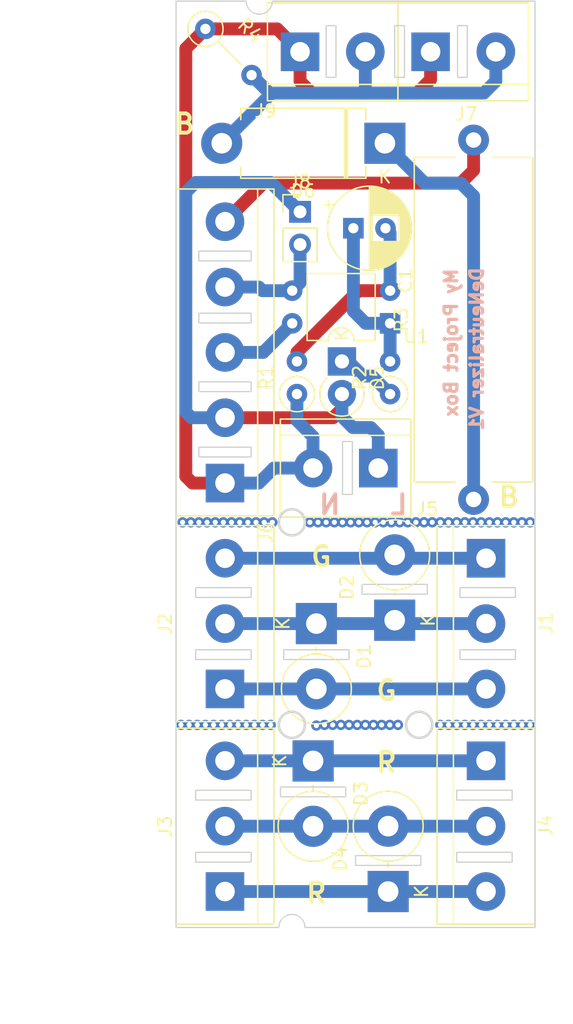
<source format=kicad_pcb>
(kicad_pcb (version 20221018) (generator pcbnew)
  (layers (0 "F.Cu" signal) (31 "B.Cu" signal) (34 "B.Paste" user) (35 "F.Paste" user) (36 "B.SilkS" user "B.Silkscreen") (37 "F.SilkS" user "F.Silkscreen") (38 "B.Mask" user) (39 "F.Mask" user) (44 "Edge.Cuts" user))
  (net 0 "")
  (net 1 "Net-(C1-Pad1)")
  (net 2 "Net-(C1-Pad2)")
  (net 3 "Net-(D1-K)")
  (net 4 "Net-(D1-A)")
  (net 5 "Net-(D2-A)")
  (net 6 "Net-(D3-K)")
  (net 7 "Net-(D3-A)")
  (net 8 "Net-(D4-K)")
  (net 9 "Net-(D5-K)")
  (net 10 "Net-(D5-A)")
  (net 11 "Net-(D6-K)")
  (net 12 "Net-(D6-A)")
  (net 13 "Net-(J5-Pin_2)")
  (net 14 "Net-(J6-Pin_3)")
  (net 15 "Net-(J6-Pin_4)")
  (net 16 "Net-(J6-Pin_5)")
  (footprint "Diode_THT:D_DO-201AD_P12.70mm_Horizontal" (layer "F.Cu") (at 133.096 79.502 180)
    (fp_text reference "D6" (at 6.35 -3.72) (layer "F.SilkS"))
    (fp_text value "1N5408")
    (fp_text user "K" (at 0 -2.6) (layer "F.SilkS"))
    (fp_line (start 1.48 -2.72) (end 11.22 -2.72) (stroke (width 0.12)) (layer "F.SilkS"))
    (fp_line (start 1.48 -1.84) (end 1.48 -2.72) (stroke (width 0.12)) (layer "F.SilkS"))
    (fp_line (start 1.48 1.84) (end 1.48 2.72) (stroke (width 0.12)) (layer "F.SilkS"))
    (fp_line (start 1.48 2.72) (end 11.22 2.72) (stroke (width 0.12)) (layer "F.SilkS"))
    (fp_line (start 2.905 -2.72) (end 2.905 2.72) (stroke (width 0.12)) (layer "F.SilkS"))
    (fp_line (start 3.025 -2.72) (end 3.025 2.72) (stroke (width 0.12)) (layer "F.SilkS"))
    (fp_line (start 3.145 -2.72) (end 3.145 2.72) (stroke (width 0.12)) (layer "F.SilkS"))
    (fp_line (start 11.22 -2.72) (end 11.22 -1.84) (stroke (width 0.12)) (layer "F.SilkS"))
    (fp_line (start 11.22 2.72) (end 11.22 1.84) (stroke (width 0.12)) (layer "F.SilkS"))
    (pad "1" thru_hole rect (at 0 0 180) (size 3.2 3.2) (drill 1.6) (layers "*.Cu" "*.Mask") (net 11 "Net-(D6-K)"))
    (pad "2" thru_hole oval (at 12.7 0 180) (size 3.2 3.2) (drill 1.6) (layers "*.Cu" "*.Mask") (net 12 "Net-(D6-A)"))
  )
  (footprint "TerminalBlock:TerminalBlock_bornier-2_P5.08mm" (layer "F.Cu") (at 132.58 104.75 180)
    (fp_text reference "J5" (at -3.81 -3.175) (layer "F.SilkS"))
    (fp_text value "Screw_Terminal_01x02")
    (fp_line (start -2.54 -3.81) (end -2.54 3.81) (stroke (width 0.12)) (layer "F.SilkS"))
    (fp_line (start -2.54 3.81) (end 7.62 3.81) (stroke (width 0.12)) (layer "F.SilkS"))
    (fp_line (start 7.62 -3.81) (end -2.54 -3.81) (stroke (width 0.12)) (layer "F.SilkS"))
    (fp_line (start 7.62 2.54) (end -2.54 2.54) (stroke (width 0.12)) (layer "F.SilkS"))
    (fp_line (start 7.62 3.81) (end 7.62 -3.81) (stroke (width 0.12)) (layer "F.SilkS"))
    (pad "1" thru_hole rect (at 0 0 180) (size 3 3) (drill 1.52) (layers "*.Cu" "*.Mask") (net 10 "Net-(D5-A)"))
    (pad "2" thru_hole circle (at 5.08 0 180) (size 3 3) (drill 1.52) (layers "*.Cu" "*.Mask") (net 13 "Net-(J5-Pin_2)"))
  )
  (footprint "Diode_THT:D_DO-201AD_P5.08mm_Vertical_KathodeUp" (layer "F.Cu") (at 127.762 116.84 -90)
    (fp_text reference "D1" (at 2.54 -3.72 90) (layer "F.SilkS"))
    (fp_text value "1N5408")
    (fp_text user "K" (at 0 2.6 90) (layer "F.SilkS"))
    (fp_line (start 2.36 0) (end 1.9 0) (stroke (width 0.12)) (layer "F.SilkS"))
    (fp_circle (center 5.08 0) (end 7.8 0) (stroke (width 0.12)) (fill none) (layer "F.SilkS"))
    (pad "1" thru_hole rect (at 0 0 270) (size 3.2 3.2) (drill 1.6) (layers "*.Cu" "*.Mask") (net 3 "Net-(D1-K)"))
    (pad "2" thru_hole oval (at 5.08 0 270) (size 3.2 3.2) (drill 1.6) (layers "*.Cu" "*.Mask") (net 4 "Net-(D1-A)"))
  )
  (footprint "Package_DIP:DIP-4_W7.62mm" (layer "F.Cu") (at 133.5 93.5 180)
    (fp_text reference "U1" (at -2.032 -1.016) (layer "F.SilkS"))
    (fp_text value "PC817")
    (fp_line (start 1.16 -1.33) (end 1.16 3.87) (stroke (width 0.12)) (layer "F.SilkS"))
    (fp_line (start 1.16 3.87) (end 6.46 3.87) (stroke (width 0.12)) (layer "F.SilkS"))
    (fp_line (start 2.81 -1.33) (end 1.16 -1.33) (stroke (width 0.12)) (layer "F.SilkS"))
    (fp_line (start 6.46 -1.33) (end 4.81 -1.33) (stroke (width 0.12)) (layer "F.SilkS"))
    (fp_line (start 6.46 3.87) (end 6.46 -1.33) (stroke (width 0.12)) (layer "F.SilkS"))
    (fp_arc (start 4.81 -1.33) (mid 3.81 -0.33) (end 2.81 -1.33) (stroke (width 0.12)) (layer "F.SilkS"))
    (pad "1" thru_hole rect (at 0 0 180) (size 1.6 1.6) (drill 0.8) (layers "*.Cu" "*.Mask") (net 1 "Net-(C1-Pad1)"))
    (pad "2" thru_hole oval (at 0 2.54 180) (size 1.6 1.6) (drill 0.8) (layers "*.Cu" "*.Mask") (net 2 "Net-(C1-Pad2)"))
    (pad "3" thru_hole oval (at 7.62 2.54 180) (size 1.6 1.6) (drill 0.8) (layers "*.Cu" "*.Mask") (net 15 "Net-(J6-Pin_4)"))
    (pad "4" thru_hole oval (at 7.62 0 180) (size 1.6 1.6) (drill 0.8) (layers "*.Cu" "*.Mask") (net 14 "Net-(J6-Pin_3)"))
  )
  (footprint "Resistor_THT:R_Axial_Power_L25.0mm_W9.0mm_P27.94mm" (layer "F.Cu") (at 140 107.19 90)
    (fp_text reference "R3" (at 13.97 -5.62 90) (layer "F.SilkS"))
    (fp_text value "10/5W")
    (fp_line (start 1.35 -4.62) (end 26.59 -4.62) (stroke (width 0.12)) (layer "F.SilkS"))
    (fp_line (start 1.35 -1.44) (end 1.35 -4.62) (stroke (width 0.12)) (layer "F.SilkS"))
    (fp_line (start 1.35 1.44) (end 1.35 4.62) (stroke (width 0.12)) (layer "F.SilkS"))
    (fp_line (start 1.35 4.62) (end 26.59 4.62) (stroke (width 0.12)) (layer "F.SilkS"))
    (fp_line (start 26.59 -4.62) (end 26.59 -1.44) (stroke (width 0.12)) (layer "F.SilkS"))
    (fp_line (start 26.59 4.62) (end 26.59 1.44) (stroke (width 0.12)) (layer "F.SilkS"))
    (pad "1" thru_hole circle (at 0 0 90) (size 2.4 2.4) (drill 1.2) (layers "*.Cu" "*.Mask") (net 11 "Net-(D6-K)"))
    (pad "2" thru_hole oval (at 27.94 0 90) (size 2.4 2.4) (drill 1.2) (layers "*.Cu" "*.Mask") (net 16 "Net-(J6-Pin_5)"))
  )
  (footprint "TerminalBlock:TerminalBlock_bornier-3_P5.08mm" (layer "F.Cu") (at 120.65 137.668 90)
    (fp_text reference "J3" (at 5.05 -4.65 90) (layer "F.SilkS"))
    (fp_text value "Screw_Terminal_01x03")
    (fp_line (start -2.54 -3.81) (end 12.7 -3.81) (stroke (width 0.12)) (layer "F.SilkS"))
    (fp_line (start -2.54 2.54) (end 12.7 2.54) (stroke (width 0.12)) (layer "F.SilkS"))
    (fp_line (start -2.54 3.81) (end -2.54 -3.81) (stroke (width 0.12)) (layer "F.SilkS"))
    (fp_line (start -2.54 3.81) (end 12.7 3.81) (stroke (width 0.12)) (layer "F.SilkS"))
    (fp_line (start 12.7 3.81) (end 12.7 -3.81) (stroke (width 0.12)) (layer "F.SilkS"))
    (pad "1" thru_hole rect (at 0 0 90) (size 3 3) (drill 1.52) (layers "*.Cu" "*.Mask") (net 8 "Net-(D4-K)"))
    (pad "2" thru_hole circle (at 5.08 0 90) (size 3 3) (drill 1.52) (layers "*.Cu" "*.Mask") (net 7 "Net-(D3-A)"))
    (pad "3" thru_hole circle (at 10.16 0 90) (size 3 3) (drill 1.52) (layers "*.Cu" "*.Mask") (net 6 "Net-(D3-K)"))
  )
  (footprint "Resistor_THT:R_Axial_DIN0207_L6.3mm_D2.5mm_P2.54mm_Vertical" (layer "F.Cu") (at 133.5 99 90)
    (fp_text reference "R2" (at 1.27 -2.37 90) (layer "F.SilkS"))
    (fp_text value "57k")
    (fp_line (start 1.37 0) (end 1.44 0) (stroke (width 0.12)) (layer "F.SilkS"))
    (fp_circle (center 0 0) (end 1.37 0) (stroke (width 0.12)) (fill none) (layer "F.SilkS"))
    (pad "1" thru_hole circle (at 0 0 90) (size 1.6 1.6) (drill 0.8) (layers "*.Cu" "*.Mask") (net 9 "Net-(D5-K)"))
    (pad "2" thru_hole oval (at 2.54 0 90) (size 1.6 1.6) (drill 0.8) (layers "*.Cu" "*.Mask") (net 1 "Net-(C1-Pad1)"))
  )
  (footprint "Diode_THT:D_DO-201AD_P5.08mm_Vertical_KathodeUp" (layer "F.Cu") (at 133.35 137.668 90)
    (fp_text reference "D4" (at 2.54 -3.72 90) (layer "F.SilkS"))
    (fp_text value "1N5408")
    (fp_text user "K" (at 0 2.6 90) (layer "F.SilkS"))
    (fp_line (start 2.36 0) (end 1.9 0) (stroke (width 0.12)) (layer "F.SilkS"))
    (fp_circle (center 5.08 0) (end 7.8 0) (stroke (width 0.12)) (fill none) (layer "F.SilkS"))
    (pad "1" thru_hole rect (at 0 0 90) (size 3.2 3.2) (drill 1.6) (layers "*.Cu" "*.Mask") (net 8 "Net-(D4-K)"))
    (pad "2" thru_hole oval (at 5.08 0 90) (size 3.2 3.2) (drill 1.6) (layers "*.Cu" "*.Mask") (net 7 "Net-(D3-A)"))
  )
  (footprint "Diode_THT:D_DO-41_SOD81_P2.54mm_Vertical_KathodeUp" (layer "F.Cu") (at 129.75 96.46 -90)
    (fp_text reference "D5" (at 1.27 -2.750635 90) (layer "F.SilkS"))
    (fp_text value "1N4007")
    (fp_text user "K" (at -2.1 0 90) (layer "F.SilkS"))
    (fp_arc (start 1.228847 -1.1) (mid 4.250877 -0.044974) (end 1.288449 1.167366) (stroke (width 0.12)) (layer "F.SilkS"))
    (pad "1" thru_hole rect (at 0 0 270) (size 2.2 2.2) (drill 1.1) (layers "*.Cu" "*.Mask") (net 9 "Net-(D5-K)"))
    (pad "2" thru_hole oval (at 2.54 0 270) (size 2.2 2.2) (drill 1.1) (layers "*.Cu" "*.Mask") (net 10 "Net-(D5-A)"))
  )
  (footprint "Diode_THT:D_DO-201AD_P5.08mm_Vertical_KathodeUp" (layer "F.Cu") (at 133.858 116.578 90)
    (fp_text reference "D2" (at 2.54 -3.72 90) (layer "F.SilkS"))
    (fp_text value "1N5408")
    (fp_text user "K" (at 0 2.6 90) (layer "F.SilkS"))
    (fp_line (start 2.36 0) (end 1.9 0) (stroke (width 0.12)) (layer "F.SilkS"))
    (fp_circle (center 5.08 0) (end 7.8 0) (stroke (width 0.12)) (fill none) (layer "F.SilkS"))
    (pad "1" thru_hole rect (at 0 0 90) (size 3.2 3.2) (drill 1.6) (layers "*.Cu" "*.Mask") (net 3 "Net-(D1-K)"))
    (pad "2" thru_hole oval (at 5.08 0 90) (size 3.2 3.2) (drill 1.6) (layers "*.Cu" "*.Mask") (net 5 "Net-(D2-A)"))
  )
  (footprint "Capacitor_THT:CP_Radial_D6.3mm_P2.50mm" (layer "F.Cu") (at 130.643621 86.106)
    (fp_text reference "C1" (at 4.064 4.064 90) (layer "F.SilkS"))
    (fp_text value "470uF/10V")
    (fp_line (start -2.250241 -1.839) (end -1.620241 -1.839) (stroke (width 0.12)) (layer "F.SilkS"))
    (fp_line (start -1.935241 -2.154) (end -1.935241 -1.524) (stroke (width 0.12)) (layer "F.SilkS"))
    (fp_line (start 1.25 -3.23) (end 1.25 3.23) (stroke (width 0.12)) (layer "F.SilkS"))
    (fp_line (start 1.29 -3.23) (end 1.29 3.23) (stroke (width 0.12)) (layer "F.SilkS"))
    (fp_line (start 1.33 -3.23) (end 1.33 3.23) (stroke (width 0.12)) (layer "F.SilkS"))
    (fp_line (start 1.37 -3.228) (end 1.37 3.228) (stroke (width 0.12)) (layer "F.SilkS"))
    (fp_line (start 1.41 -3.227) (end 1.41 3.227) (stroke (width 0.12)) (layer "F.SilkS"))
    (fp_line (start 1.45 -3.224) (end 1.45 3.224) (stroke (width 0.12)) (layer "F.SilkS"))
    (fp_line (start 1.49 -3.222) (end 1.49 -1.04) (stroke (width 0.12)) (layer "F.SilkS"))
    (fp_line (start 1.49 1.04) (end 1.49 3.222) (stroke (width 0.12)) (layer "F.SilkS"))
    (fp_line (start 1.53 -3.218) (end 1.53 -1.04) (stroke (width 0.12)) (layer "F.SilkS"))
    (fp_line (start 1.53 1.04) (end 1.53 3.218) (stroke (width 0.12)) (layer "F.SilkS"))
    (fp_line (start 1.57 -3.215) (end 1.57 -1.04) (stroke (width 0.12)) (layer "F.SilkS"))
    (fp_line (start 1.57 1.04) (end 1.57 3.215) (stroke (width 0.12)) (layer "F.SilkS"))
    (fp_line (start 1.61 -3.211) (end 1.61 -1.04) (stroke (width 0.12)) (layer "F.SilkS"))
    (fp_line (start 1.61 1.04) (end 1.61 3.211) (stroke (width 0.12)) (layer "F.SilkS"))
    (fp_line (start 1.65 -3.206) (end 1.65 -1.04) (stroke (width 0.12)) (layer "F.SilkS"))
    (fp_line (start 1.65 1.04) (end 1.65 3.206) (stroke (width 0.12)) (layer "F.SilkS"))
    (fp_line (start 1.69 -3.201) (end 1.69 -1.04) (stroke (width 0.12)) (layer "F.SilkS"))
    (fp_line (start 1.69 1.04) (end 1.69 3.201) (stroke (width 0.12)) (layer "F.SilkS"))
    (fp_line (start 1.73 -3.195) (end 1.73 -1.04) (stroke (width 0.12)) (layer "F.SilkS"))
    (fp_line (start 1.73 1.04) (end 1.73 3.195) (stroke (width 0.12)) (layer "F.SilkS"))
    (fp_line (start 1.77 -3.189) (end 1.77 -1.04) (stroke (width 0.12)) (layer "F.SilkS"))
    (fp_line (start 1.77 1.04) (end 1.77 3.189) (stroke (width 0.12)) (layer "F.SilkS"))
    (fp_line (start 1.81 -3.182) (end 1.81 -1.04) (stroke (width 0.12)) (layer "F.SilkS"))
    (fp_line (start 1.81 1.04) (end 1.81 3.182) (stroke (width 0.12)) (layer "F.SilkS"))
    (fp_line (start 1.85 -3.175) (end 1.85 -1.04) (stroke (width 0.12)) (layer "F.SilkS"))
    (fp_line (start 1.85 1.04) (end 1.85 3.175) (stroke (width 0.12)) (layer "F.SilkS"))
    (fp_line (start 1.89 -3.167) (end 1.89 -1.04) (stroke (width 0.12)) (layer "F.SilkS"))
    (fp_line (start 1.89 1.04) (end 1.89 3.167) (stroke (width 0.12)) (layer "F.SilkS"))
    (fp_line (start 1.93 -3.159) (end 1.93 -1.04) (stroke (width 0.12)) (layer "F.SilkS"))
    (fp_line (start 1.93 1.04) (end 1.93 3.159) (stroke (width 0.12)) (layer "F.SilkS"))
    (fp_line (start 1.971 -3.15) (end 1.971 -1.04) (stroke (width 0.12)) (layer "F.SilkS"))
    (fp_line (start 1.971 1.04) (end 1.971 3.15) (stroke (width 0.12)) (layer "F.SilkS"))
    (fp_line (start 2.011 -3.141) (end 2.011 -1.04) (stroke (width 0.12)) (layer "F.SilkS"))
    (fp_line (start 2.011 1.04) (end 2.011 3.141) (stroke (width 0.12)) (layer "F.SilkS"))
    (fp_line (start 2.051 -3.131) (end 2.051 -1.04) (stroke (width 0.12)) (layer "F.SilkS"))
    (fp_line (start 2.051 1.04) (end 2.051 3.131) (stroke (width 0.12)) (layer "F.SilkS"))
    (fp_line (start 2.091 -3.121) (end 2.091 -1.04) (stroke (width 0.12)) (layer "F.SilkS"))
    (fp_line (start 2.091 1.04) (end 2.091 3.121) (stroke (width 0.12)) (layer "F.SilkS"))
    (fp_line (start 2.131 -3.11) (end 2.131 -1.04) (stroke (width 0.12)) (layer "F.SilkS"))
    (fp_line (start 2.131 1.04) (end 2.131 3.11) (stroke (width 0.12)) (layer "F.SilkS"))
    (fp_line (start 2.171 -3.098) (end 2.171 -1.04) (stroke (width 0.12)) (layer "F.SilkS"))
    (fp_line (start 2.171 1.04) (end 2.171 3.098) (stroke (width 0.12)) (layer "F.SilkS"))
    (fp_line (start 2.211 -3.086) (end 2.211 -1.04) (stroke (width 0.12)) (layer "F.SilkS"))
    (fp_line (start 2.211 1.04) (end 2.211 3.086) (stroke (width 0.12)) (layer "F.SilkS"))
    (fp_line (start 2.251 -3.074) (end 2.251 -1.04) (stroke (width 0.12)) (layer "F.SilkS"))
    (fp_line (start 2.251 1.04) (end 2.251 3.074) (stroke (width 0.12)) (layer "F.SilkS"))
    (fp_line (start 2.291 -3.061) (end 2.291 -1.04) (stroke (width 0.12)) (layer "F.SilkS"))
    (fp_line (start 2.291 1.04) (end 2.291 3.061) (stroke (width 0.12)) (layer "F.SilkS"))
    (fp_line (start 2.331 -3.047) (end 2.331 -1.04) (stroke (width 0.12)) (layer "F.SilkS"))
    (fp_line (start 2.331 1.04) (end 2.331 3.047) (stroke (width 0.12)) (layer "F.SilkS"))
    (fp_line (start 2.371 -3.033) (end 2.371 -1.04) (stroke (width 0.12)) (layer "F.SilkS"))
    (fp_line (start 2.371 1.04) (end 2.371 3.033) (stroke (width 0.12)) (layer "F.SilkS"))
    (fp_line (start 2.411 -3.018) (end 2.411 -1.04) (stroke (width 0.12)) (layer "F.SilkS"))
    (fp_line (start 2.411 1.04) (end 2.411 3.018) (stroke (width 0.12)) (layer "F.SilkS"))
    (fp_line (start 2.451 -3.002) (end 2.451 -1.04) (stroke (width 0.12)) (layer "F.SilkS"))
    (fp_line (start 2.451 1.04) (end 2.451 3.002) (stroke (width 0.12)) (layer "F.SilkS"))
    (fp_line (start 2.491 -2.986) (end 2.491 -1.04) (stroke (width 0.12)) (layer "F.SilkS"))
    (fp_line (start 2.491 1.04) (end 2.491 2.986) (stroke (width 0.12)) (layer "F.SilkS"))
    (fp_line (start 2.531 -2.97) (end 2.531 -1.04) (stroke (width 0.12)) (layer "F.SilkS"))
    (fp_line (start 2.531 1.04) (end 2.531 2.97) (stroke (width 0.12)) (layer "F.SilkS"))
    (fp_line (start 2.571 -2.952) (end 2.571 -1.04) (stroke (width 0.12)) (layer "F.SilkS"))
    (fp_line (start 2.571 1.04) (end 2.571 2.952) (stroke (width 0.12)) (layer "F.SilkS"))
    (fp_line (start 2.611 -2.934) (end 2.611 -1.04) (stroke (width 0.12)) (layer "F.SilkS"))
    (fp_line (start 2.611 1.04) (end 2.611 2.934) (stroke (width 0.12)) (layer "F.SilkS"))
    (fp_line (start 2.651 -2.916) (end 2.651 -1.04) (stroke (width 0.12)) (layer "F.SilkS"))
    (fp_line (start 2.651 1.04) (end 2.651 2.916) (stroke (width 0.12)) (layer "F.SilkS"))
    (fp_line (start 2.691 -2.896) (end 2.691 -1.04) (stroke (width 0.12)) (layer "F.SilkS"))
    (fp_line (start 2.691 1.04) (end 2.691 2.896) (stroke (width 0.12)) (layer "F.SilkS"))
    (fp_line (start 2.731 -2.876) (end 2.731 -1.04) (stroke (width 0.12)) (layer "F.SilkS"))
    (fp_line (start 2.731 1.04) (end 2.731 2.876) (stroke (width 0.12)) (layer "F.SilkS"))
    (fp_line (start 2.771 -2.856) (end 2.771 -1.04) (stroke (width 0.12)) (layer "F.SilkS"))
    (fp_line (start 2.771 1.04) (end 2.771 2.856) (stroke (width 0.12)) (layer "F.SilkS"))
    (fp_line (start 2.811 -2.834) (end 2.811 -1.04) (stroke (width 0.12)) (layer "F.SilkS"))
    (fp_line (start 2.811 1.04) (end 2.811 2.834) (stroke (width 0.12)) (layer "F.SilkS"))
    (fp_line (start 2.851 -2.812) (end 2.851 -1.04) (stroke (width 0.12)) (layer "F.SilkS"))
    (fp_line (start 2.851 1.04) (end 2.851 2.812) (stroke (width 0.12)) (layer "F.SilkS"))
    (fp_line (start 2.891 -2.79) (end 2.891 -1.04) (stroke (width 0.12)) (layer "F.SilkS"))
    (fp_line (start 2.891 1.04) (end 2.891 2.79) (stroke (width 0.12)) (layer "F.SilkS"))
    (fp_line (start 2.931 -2.766) (end 2.931 -1.04) (stroke (width 0.12)) (layer "F.SilkS"))
    (fp_line (start 2.931 1.04) (end 2.931 2.766) (stroke (width 0.12)) (layer "F.SilkS"))
    (fp_line (start 2.971 -2.742) (end 2.971 -1.04) (stroke (width 0.12)) (layer "F.SilkS"))
    (fp_line (start 2.971 1.04) (end 2.971 2.742) (stroke (width 0.12)) (layer "F.SilkS"))
    (fp_line (start 3.011 -2.716) (end 3.011 -1.04) (stroke (width 0.12)) (layer "F.SilkS"))
    (fp_line (start 3.011 1.04) (end 3.011 2.716) (stroke (width 0.12)) (layer "F.SilkS"))
    (fp_line (start 3.051 -2.69) (end 3.051 -1.04) (stroke (width 0.12)) (layer "F.SilkS"))
    (fp_line (start 3.051 1.04) (end 3.051 2.69) (stroke (width 0.12)) (layer "F.SilkS"))
    (fp_line (start 3.091 -2.664) (end 3.091 -1.04) (stroke (width 0.12)) (layer "F.SilkS"))
    (fp_line (start 3.091 1.04) (end 3.091 2.664) (stroke (width 0.12)) (layer "F.SilkS"))
    (fp_line (start 3.131 -2.636) (end 3.131 -1.04) (stroke (width 0.12)) (layer "F.SilkS"))
    (fp_line (start 3.131 1.04) (end 3.131 2.636) (stroke (width 0.12)) (layer "F.SilkS"))
    (fp_line (start 3.171 -2.607) (end 3.171 -1.04) (stroke (width 0.12)) (layer "F.SilkS"))
    (fp_line (start 3.171 1.04) (end 3.171 2.607) (stroke (width 0.12)) (layer "F.SilkS"))
    (fp_line (start 3.211 -2.578) (end 3.211 -1.04) (stroke (width 0.12)) (layer "F.SilkS"))
    (fp_line (start 3.211 1.04) (end 3.211 2.578) (stroke (width 0.12)) (layer "F.SilkS"))
    (fp_line (start 3.251 -2.548) (end 3.251 -1.04) (stroke (width 0.12)) (layer "F.SilkS"))
    (fp_line (start 3.251 1.04) (end 3.251 2.548) (stroke (width 0.12)) (layer "F.SilkS"))
    (fp_line (start 3.291 -2.516) (end 3.291 -1.04) (stroke (width 0.12)) (layer "F.SilkS"))
    (fp_line (start 3.291 1.04) (end 3.291 2.516) (stroke (width 0.12)) (layer "F.SilkS"))
    (fp_line (start 3.331 -2.484) (end 3.331 -1.04) (stroke (width 0.12)) (layer "F.SilkS"))
    (fp_line (start 3.331 1.04) (end 3.331 2.484) (stroke (width 0.12)) (layer "F.SilkS"))
    (fp_line (start 3.371 -2.45) (end 3.371 -1.04) (stroke (width 0.12)) (layer "F.SilkS"))
    (fp_line (start 3.371 1.04) (end 3.371 2.45) (stroke (width 0.12)) (layer "F.SilkS"))
    (fp_line (start 3.411 -2.416) (end 3.411 -1.04) (stroke (width 0.12)) (layer "F.SilkS"))
    (fp_line (start 3.411 1.04) (end 3.411 2.416) (stroke (width 0.12)) (layer "F.SilkS"))
    (fp_line (start 3.451 -2.38) (end 3.451 -1.04) (stroke (width 0.12)) (layer "F.SilkS"))
    (fp_line (start 3.451 1.04) (end 3.451 2.38) (stroke (width 0.12)) (layer "F.SilkS"))
    (fp_line (start 3.491 -2.343) (end 3.491 -1.04) (stroke (width 0.12)) (layer "F.SilkS"))
    (fp_line (start 3.491 1.04) (end 3.491 2.343) (stroke (width 0.12)) (layer "F.SilkS"))
    (fp_line (start 3.531 -2.305) (end 3.531 -1.04) (stroke (width 0.12)) (layer "F.SilkS"))
    (fp_line (start 3.531 1.04) (end 3.531 2.305) (stroke (width 0.12)) (layer "F.SilkS"))
    (fp_line (start 3.571 -2.265) (end 3.571 2.265) (stroke (width 0.12)) (layer "F.SilkS"))
    (fp_line (start 3.611 -2.224) (end 3.611 2.224) (stroke (width 0.12)) (layer "F.SilkS"))
    (fp_line (start 3.651 -2.182) (end 3.651 2.182) (stroke (width 0.12)) (layer "F.SilkS"))
    (fp_line (start 3.691 -2.137) (end 3.691 2.137) (stroke (width 0.12)) (layer "F.SilkS"))
    (fp_line (start 3.731 -2.092) (end 3.731 2.092) (stroke (width 0.12)) (layer "F.SilkS"))
    (fp_line (start 3.771 -2.044) (end 3.771 2.044) (stroke (width 0.12)) (layer "F.SilkS"))
    (fp_line (start 3.811 -1.995) (end 3.811 1.995) (stroke (width 0.12)) (layer "F.SilkS"))
    (fp_line (start 3.851 -1.944) (end 3.851 1.944) (stroke (width 0.12)) (layer "F.SilkS"))
    (fp_line (start 3.891 -1.89) (end 3.891 1.89) (stroke (width 0.12)) (layer "F.SilkS"))
    (fp_line (start 3.931 -1.834) (end 3.931 1.834) (stroke (width 0.12)) (layer "F.SilkS"))
    (fp_line (start 3.971 -1.776) (end 3.971 1.776) (stroke (width 0.12)) (layer "F.SilkS"))
    (fp_line (start 4.011 -1.714) (end 4.011 1.714) (stroke (width 0.12)) (layer "F.SilkS"))
    (fp_line (start 4.051 -1.65) (end 4.051 1.65) (stroke (width 0.12)) (layer "F.SilkS"))
    (fp_line (start 4.091 -1.581) (end 4.091 1.581) (stroke (width 0.12)) (layer "F.SilkS"))
    (fp_line (start 4.131 -1.509) (end 4.131 1.509) (stroke (width 0.12)) (layer "F.SilkS"))
    (fp_line (start 4.171 -1.432) (end 4.171 1.432) (stroke (width 0.12)) (layer "F.SilkS"))
    (fp_line (start 4.211 -1.35) (end 4.211 1.35) (stroke (width 0.12)) (layer "F.SilkS"))
    (fp_line (start 4.251 -1.262) (end 4.251 1.262) (stroke (width 0.12)) (layer "F.SilkS"))
    (fp_line (start 4.291 -1.165) (end 4.291 1.165) (stroke (width 0.12)) (layer "F.SilkS"))
    (fp_line (start 4.331 -1.059) (end 4.331 1.059) (stroke (width 0.12)) (layer "F.SilkS"))
    (fp_line (start 4.371 -0.94) (end 4.371 0.94) (stroke (width 0.12)) (layer "F.SilkS"))
    (fp_line (start 4.411 -0.802) (end 4.411 0.802) (stroke (width 0.12)) (layer "F.SilkS"))
    (fp_line (start 4.451 -0.633) (end 4.451 0.633) (stroke (width 0.12)) (layer "F.SilkS"))
    (fp_line (start 4.491 -0.402) (end 4.491 0.402) (stroke (width 0.12)) (layer "F.SilkS"))
    (fp_circle (center 1.25 0) (end 4.52 0) (stroke (width 0.12)) (fill none) (layer "F.SilkS"))
    (pad "1" thru_hole rect (at 0 0) (size 1.6 1.6) (drill 0.8) (layers "*.Cu" "*.Mask") (net 1 "Net-(C1-Pad1)"))
    (pad "2" thru_hole circle (at 2.5 0) (size 1.6 1.6) (drill 0.8) (layers "*.Cu" "*.Mask") (net 2 "Net-(C1-Pad2)"))
  )
  (footprint "TerminalBlock:TerminalBlock_bornier-2_P5.08mm" (layer "F.Cu") (at 136.652 72.39)
    (fp_text reference "J7" (at 2.794 4.826) (layer "F.SilkS"))
    (fp_text value "Screw_Terminal_01x02")
    (fp_line (start -2.54 -3.81) (end -2.54 3.81) (stroke (width 0.12)) (layer "F.SilkS"))
    (fp_line (start -2.54 3.81) (end 7.62 3.81) (stroke (width 0.12)) (layer "F.SilkS"))
    (fp_line (start 7.62 -3.81) (end -2.54 -3.81) (stroke (width 0.12)) (layer "F.SilkS"))
    (fp_line (start 7.62 2.54) (end -2.54 2.54) (stroke (width 0.12)) (layer "F.SilkS"))
    (fp_line (start 7.62 3.81) (end 7.62 -3.81) (stroke (width 0.12)) (layer "F.SilkS"))
    (pad "1" thru_hole rect (at 0 0) (size 3 3) (drill 1.52) (layers "*.Cu" "*.Mask") (net 13 "Net-(J5-Pin_2)"))
    (pad "2" thru_hole circle (at 5.08 0) (size 3 3) (drill 1.52) (layers "*.Cu" "*.Mask") (net 12 "Net-(D6-A)"))
  )
  (footprint "TerminalBlock:TerminalBlock_bornier-3_P5.08mm" (layer "F.Cu") (at 140.97 127.508 -90)
    (fp_text reference "J4" (at 5.05 -4.65 90) (layer "F.SilkS"))
    (fp_text value "Screw_Terminal_01x03")
    (fp_line (start -2.54 -3.81) (end 12.7 -3.81) (stroke (width 0.12)) (layer "F.SilkS"))
    (fp_line (start -2.54 2.54) (end 12.7 2.54) (stroke (width 0.12)) (layer "F.SilkS"))
    (fp_line (start -2.54 3.81) (end -2.54 -3.81) (stroke (width 0.12)) (layer "F.SilkS"))
    (fp_line (start -2.54 3.81) (end 12.7 3.81) (stroke (width 0.12)) (layer "F.SilkS"))
    (fp_line (start 12.7 3.81) (end 12.7 -3.81) (stroke (width 0.12)) (layer "F.SilkS"))
    (pad "1" thru_hole rect (at 0 0 270) (size 3 3) (drill 1.52) (layers "*.Cu" "*.Mask") (net 6 "Net-(D3-K)"))
    (pad "2" thru_hole circle (at 5.08 0 270) (size 3 3) (drill 1.52) (layers "*.Cu" "*.Mask") (net 7 "Net-(D3-A)"))
    (pad "3" thru_hole circle (at 10.16 0 270) (size 3 3) (drill 1.52) (layers "*.Cu" "*.Mask") (net 8 "Net-(D4-K)"))
  )
  (footprint "Resistor_THT:R_Axial_DIN0207_L6.3mm_D2.5mm_P5.08mm_Vertical" (layer "F.Cu") (at 119.126 70.612 -45)
    (fp_text reference "R4" (at 2.54 -2.37 135) (layer "F.SilkS"))
    (fp_text value "1M/0.6W")
    (fp_line (start 1.37 0) (end 3.98 0) (stroke (width 0.12)) (layer "F.SilkS"))
    (fp_circle (center 0 0) (end 1.37 0) (stroke (width 0.12)) (fill none) (layer "F.SilkS"))
    (pad "1" thru_hole circle (at 0 0 315) (size 1.6 1.6) (drill 0.8) (layers "*.Cu" "*.Mask") (net 13 "Net-(J5-Pin_2)"))
    (pad "2" thru_hole oval (at 5.08 0 315) (size 1.6 1.6) (drill 0.8) (layers "*.Cu" "*.Mask") (net 12 "Net-(D6-A)"))
  )
  (footprint "TerminalBlock:TerminalBlock_bornier-5_P5.08mm" (layer "F.Cu") (at 120.65 105.918 90)
    (fp_text reference "J6" (at -3.81 3.175 90) (layer "F.SilkS"))
    (fp_text value "Screw_Terminal_01x05" hide)
    (fp_line (start -2.54 -3.81) (end -2.54 3.81) (stroke (width 0.12)) (layer "F.SilkS"))
    (fp_line (start -2.54 -3.81) (end 22.86 -3.81) (stroke (width 0.12)) (layer "F.SilkS"))
    (fp_line (start -2.54 2.54) (end 22.86 2.54) (stroke (width 0.12)) (layer "F.SilkS"))
    (fp_line (start -2.54 3.81) (end 22.86 3.81) (stroke (width 0.12)) (layer "F.SilkS"))
    (fp_line (start 22.86 -3.81) (end 22.86 3.81) (stroke (width 0.12)) (layer "F.SilkS"))
    (pad "1" thru_hole rect (at 0 0 90) (size 3 3) (drill 1.52) (layers "*.Cu" "*.Mask") (net 13 "Net-(J5-Pin_2)"))
    (pad "2" thru_hole circle (at 5.08 0 90) (size 3 3) (drill 1.52) (layers "*.Cu" "*.Mask") (net 10 "Net-(D5-A)"))
    (pad "3" thru_hole circle (at 10.16 0 90) (size 3 3) (drill 1.52) (layers "*.Cu" "*.Mask") (net 14 "Net-(J6-Pin_3)"))
    (pad "4" thru_hole circle (at 15.24 0 90) (size 3 3) (drill 1.52) (layers "*.Cu" "*.Mask") (net 15 "Net-(J6-Pin_4)"))
    (pad "5" thru_hole circle (at 20.32 0 90) (size 3 3) (drill 1.52) (layers "*.Cu" "*.Mask") (net 16 "Net-(J6-Pin_5)"))
  )
  (footprint "Diode_THT:D_DO-201AD_P5.08mm_Vertical_KathodeUp" (layer "F.Cu") (at 127.508 127.516 -90)
    (fp_text reference "D3" (at 2.54 -3.72 90) (layer "F.SilkS"))
    (fp_text value "1N5408")
    (fp_text user "K" (at 0 2.6 90) (layer "F.SilkS"))
    (fp_line (start 2.36 0) (end 1.9 0) (stroke (width 0.12)) (layer "F.SilkS"))
    (fp_circle (center 5.08 0) (end 7.8 0) (stroke (width 0.12)) (fill none) (layer "F.SilkS"))
    (pad "1" thru_hole rect (at 0 0 270) (size 3.2 3.2) (drill 1.6) (layers "*.Cu" "*.Mask") (net 6 "Net-(D3-K)"))
    (pad "2" thru_hole oval (at 5.08 0 270) (size 3.2 3.2) (drill 1.6) (layers "*.Cu" "*.Mask") (net 7 "Net-(D3-A)"))
  )
  (footprint "TerminalBlock:TerminalBlock_bornier-2_P5.08mm" (layer "F.Cu") (at 126.492 72.39)
    (fp_text reference "J9" (at -2.692 4.61) (layer "F.SilkS"))
    (fp_text value "Ripple-Cap")
    (fp_line (start -2.54 -3.81) (end -2.54 3.81) (stroke (width 0.12)) (layer "F.SilkS"))
    (fp_line (start -2.54 3.81) (end 7.62 3.81) (stroke (width 0.12)) (layer "F.SilkS"))
    (fp_line (start 7.62 -3.81) (end -2.54 -3.81) (stroke (width 0.12)) (layer "F.SilkS"))
    (fp_line (start 7.62 2.54) (end -2.54 2.54) (stroke (width 0.12)) (layer "F.SilkS"))
    (fp_line (start 7.62 3.81) (end 7.62 -3.81) (stroke (width 0.12)) (layer "F.SilkS"))
    (pad "1" thru_hole rect (at 0 0) (size 3 3) (drill 1.52) (layers "*.Cu" "*.Mask") (net 13 "Net-(J5-Pin_2)"))
    (pad "2" thru_hole circle (at 5.08 0) (size 3 3) (drill 1.52) (layers "*.Cu" "*.Mask") (net 12 "Net-(D6-A)"))
  )
  (footprint "TerminalBlock:TerminalBlock_bornier-3_P5.08mm" (layer "F.Cu") (at 120.65 121.92 90)
    (fp_text reference "J2" (at 5.05 -4.65 90) (layer "F.SilkS"))
    (fp_text value "Screw_Terminal_01x03")
    (fp_line (start -2.54 -3.81) (end 12.7 -3.81) (stroke (width 0.12)) (layer "F.SilkS"))
    (fp_line (start -2.54 2.54) (end 12.7 2.54) (stroke (width 0.12)) (layer "F.SilkS"))
    (fp_line (start -2.54 3.81) (end -2.54 -3.81) (stroke (width 0.12)) (layer "F.SilkS"))
    (fp_line (start -2.54 3.81) (end 12.7 3.81) (stroke (width 0.12)) (layer "F.SilkS"))
    (fp_line (start 12.7 3.81) (end 12.7 -3.81) (stroke (width 0.12)) (layer "F.SilkS"))
    (pad "1" thru_hole rect (at 0 0 90) (size 3 3) (drill 1.52) (layers "*.Cu" "*.Mask") (net 4 "Net-(D1-A)"))
    (pad "2" thru_hole circle (at 5.08 0 90) (size 3 3) (drill 1.52) (layers "*.Cu" "*.Mask") (net 3 "Net-(D1-K)"))
    (pad "3" thru_hole circle (at 10.16 0 90) (size 3 3) (drill 1.52) (layers "*.Cu" "*.Mask") (net 5 "Net-(D2-A)"))
  )
  (footprint "Resistor_THT:R_Axial_DIN0207_L6.3mm_D2.5mm_P2.54mm_Vertical" (layer "F.Cu") (at 126.25 99 90)
    (fp_text reference "R1" (at 1.27 -2.37 90) (layer "F.SilkS"))
    (fp_text value "57k")
    (fp_line (start 1.37 0) (end 1.44 0) (stroke (width 0.12)) (layer "F.SilkS"))
    (fp_circle (center 0 0) (end 1.37 0) (stroke (width 0.12)) (fill none) (layer "F.SilkS"))
    (pad "1" thru_hole circle (at 0 0 90) (size 1.6 1.6) (drill 0.8) (layers "*.Cu" "*.Mask") (net 13 "Net-(J5-Pin_2)"))
    (pad "2" thru_hole oval (at 2.54 0 90) (size 1.6 1.6) (drill 0.8) (layers "*.Cu" "*.Mask") (net 2 "Net-(C1-Pad2)"))
  )
  (footprint "Connector_PinHeader_2.54mm:PinHeader_1x02_P2.54mm_Vertical" (layer "F.Cu") (at 126.492 84.831)
    (fp_text reference "J8" (at 0 -2.33) (layer "F.SilkS"))
    (fp_text value "Conn_01x02_Male")
    (fp_line (start -1.33 -1.33) (end 0 -1.33) (stroke (width 0.12)) (layer "F.SilkS"))
    (fp_line (start -1.33 0) (end -1.33 -1.33) (stroke (width 0.12)) (layer "F.SilkS"))
    (fp_line (start -1.33 1.27) (end -1.33 3.87) (stroke (width 0.12)) (layer "F.SilkS"))
    (fp_line (start -1.33 1.27) (end 1.33 1.27) (stroke (width 0.12)) (layer "F.SilkS"))
    (fp_line (start -1.33 3.87) (end 1.33 3.87) (stroke (width 0.12)) (layer "F.SilkS"))
    (fp_line (start 1.33 1.27) (end 1.33 3.87) (stroke (width 0.12)) (layer "F.SilkS"))
    (pad "1" thru_hole rect (at 0 0) (size 1.7 1.7) (drill 1) (layers "*.Cu" "*.Mask") (net 10 "Net-(D5-A)"))
    (pad "2" thru_hole oval (at 0 2.54) (size 1.7 1.7) (drill 1) (layers "*.Cu" "*.Mask") (net 15 "Net-(J6-Pin_4)"))
  )
  (footprint "TerminalBlock:TerminalBlock_bornier-3_P5.08mm" (layer "F.Cu") (at 140.97 111.76 -90)
    (fp_text reference "J1" (at 5.05 -4.65 90) (layer "F.SilkS"))
    (fp_text value "Screw_Terminal_01x03")
    (fp_line (start -2.54 -3.81) (end 12.7 -3.81) (stroke (width 0.12)) (layer "F.SilkS"))
    (fp_line (start -2.54 2.54) (end 12.7 2.54) (stroke (width 0.12)) (layer "F.SilkS"))
    (fp_line (start -2.54 3.81) (end -2.54 -3.81) (stroke (width 0.12)) (layer "F.SilkS"))
    (fp_line (start -2.54 3.81) (end 12.7 3.81) (stroke (width 0.12)) (layer "F.SilkS"))
    (fp_line (start 12.7 3.81) (end 12.7 -3.81) (stroke (width 0.12)) (layer "F.SilkS"))
    (pad "1" thru_hole rect (at 0 0 270) (size 3 3) (drill 1.52) (layers "*.Cu" "*.Mask") (net 5 "Net-(D2-A)"))
    (pad "2" thru_hole circle (at 5.08 0 270) (size 3 3) (drill 1.52) (layers "*.Cu" "*.Mask") (net 3 "Net-(D1-K)"))
    (pad "3" thru_hole circle (at 10.16 0 270) (size 3 3) (drill 1.52) (layers "*.Cu" "*.Mask") (net 4 "Net-(D1-A)"))
  )
  (gr_line (start 144.78 140.462) (end 144.78 68.453) (stroke (width 0.1)) (layer "Edge.Cuts"))
  (gr_arc (start 124.333 68.453) (mid 123.317 69.469) (end 122.301 68.453) (stroke (width 0.1)) (layer "Edge.Cuts"))
  (gr_circle (center 125.857 124.714) (end 126.873 124.714) (stroke (width 0.2)) (fill none) (layer "Edge.Cuts"))
  (gr_rect (start 118.614 92.71) (end 122.682 93.472) (stroke (width 0.1)) (fill none) (layer "Edge.Cuts"))
  (gr_line (start 116.84 68.453) (end 122.301 68.453) (stroke (width 0.1)) (layer "Edge.Cuts"))
  (gr_rect (start 138.684 134.62) (end 143.002 135.382) (stroke (width 0.1)) (fill none) (layer "Edge.Cuts"))
  (gr_rect (start 138.75 70.358) (end 139.512 74.376) (stroke (width 0.1)) (fill none) (layer "Edge.Cuts"))
  (gr_rect (start 118.364 134.62) (end 122.682 135.382) (stroke (width 0.1)) (fill none) (layer "Edge.Cuts"))
  (gr_line (start 124.841 140.462) (end 116.84 140.462) (stroke (width 0.1)) (layer "Edge.Cuts"))
  (gr_rect (start 131.318 113.792) (end 136.398 114.554) (stroke (width 0.1)) (fill none) (layer "Edge.Cuts"))
  (gr_rect (start 118.614 87.884) (end 122.682 88.646) (stroke (width 0.1)) (fill none) (layer "Edge.Cuts"))
  (gr_rect (start 138.684 129.794) (end 143.002 130.556) (stroke (width 0.1)) (fill none) (layer "Edge.Cuts"))
  (gr_circle (center 125.857 108.966) (end 126.873 108.966) (stroke (width 0.2)) (fill none) (layer "Edge.Cuts"))
  (gr_rect (start 130.81 134.874) (end 135.89 135.636) (stroke (width 0.1)) (fill none) (layer "Edge.Cuts"))
  (gr_rect (start 138.938 114.046) (end 143.256 114.808) (stroke (width 0.1)) (fill none) (layer "Edge.Cuts"))
  (gr_rect (start 118.364 114.046) (end 122.682 114.808) (stroke (width 0.1)) (fill none) (layer "Edge.Cuts"))
  (gr_arc (start 124.841 140.462) (mid 125.857 139.446) (end 126.873 140.462) (stroke (width 0.1)) (layer "Edge.Cuts"))
  (gr_line (start 126.873 140.462) (end 144.78 140.462) (stroke (width 0.1)) (layer "Edge.Cuts"))
  (gr_rect (start 128.524 70.358) (end 129.286 74.376) (stroke (width 0.1)) (fill none) (layer "Edge.Cuts"))
  (gr_rect (start 118.364 129.794) (end 122.682 130.556) (stroke (width 0.1)) (fill none) (layer "Edge.Cuts"))
  (gr_line (start 116.84 68.453) (end 116.84 140.462) (stroke (width 0.1)) (layer "Edge.Cuts"))
  (gr_rect (start 138.938 118.872) (end 143.256 119.634) (stroke (width 0.1)) (fill none) (layer "Edge.Cuts"))
  (gr_rect (start 124.968 129.54) (end 130.048 130.302) (stroke (width 0.1)) (fill none) (layer "Edge.Cuts"))
  (gr_rect (start 133.858 70.358) (end 134.62 74.376) (stroke (width 0.1)) (fill none) (layer "Edge.Cuts"))
  (gr_rect (start 125.222 118.872) (end 130.302 119.634) (stroke (width 0.1)) (fill none) (layer "Edge.Cuts"))
  (gr_rect (start 118.614 103.124) (end 122.682 103.886) (stroke (width 0.1)) (fill none) (layer "Edge.Cuts"))
  (gr_line (start 144.78 68.453) (end 124.333 68.453) (stroke (width 0.1)) (layer "Edge.Cuts"))
  (gr_rect (start 129.8 102.682) (end 130.562 106.8) (stroke (width 0.1)) (fill none) (layer "Edge.Cuts"))
  (gr_rect (start 118.364 118.872) (end 122.682 119.634) (stroke (width 0.1)) (fill none) (layer "Edge.Cuts"))
  (gr_rect (start 118.614 98.044) (end 122.682 98.806) (stroke (width 0.1)) (fill none) (layer "Edge.Cuts"))
  (gr_circle (center 135.763 124.714) (end 136.779 124.714) (stroke (width 0.2)) (fill none) (layer "Edge.Cuts"))
  (gr_text "DeNeutralizer V1" (at 140.25 95.5 90) (layer "B.SilkS") (effects (font (size 1 1) (thickness 0.25)) (justify mirror)))
  (gr_text "N" (at 128.8 107.6) (layer "B.SilkS") (effects (font (size 1.5 1.5) (thickness 0.3)) (justify mirror)))
  (gr_text "L" (at 134.2 107.6) (layer "B.SilkS") (effects (font (size 1.5 1.5) (thickness 0.3)) (justify mirror)))
  (gr_text "My Project Box" (at 138.25 95 90) (layer "B.SilkS") (effects (font (size 1 1) (thickness 0.25)) (justify mirror)))
  (gr_text "R" (at 127.762 137.795) (layer "F.SilkS") (effects (font (size 1.5 1.5) (thickness 0.3))))
  (gr_text "R" (at 133.223 127.635) (layer "F.SilkS") (effects (font (size 1.5 1.5) (thickness 0.3))))
  (gr_text "G" (at 133.223 122.047) (layer "F.SilkS") (effects (font (size 1.5 1.5) (thickness 0.3))))
  (gr_text "B" (at 142.75 107) (layer "F.SilkS") (effects (font (size 1.5 1.5) (thickness 0.3))))
  (gr_text "B" (at 117.5 78) (layer "F.SilkS") (effects (font (size 1.5 1.5) (thickness 0.3))))
  (gr_text "G" (at 128.143 111.633) (layer "F.SilkS") (effects (font (size 1.5 1.5) (thickness 0.3))))
  (via (at 122.301 124.714) (size 0.8) (drill 0.4) (layers "F.Cu" "B.Cu") (net 0))
  (via (at 141.859 108.966) (size 0.8) (drill 0.4) (layers "F.Cu" "B.Cu") (net 0))
  (via (at 129.032 124.714) (size 0.8) (drill 0.4) (layers "F.Cu" "B.Cu") (net 0))
  (via (at 138.049 108.966) (size 0.8) (drill 0.4) (layers "F.Cu" "B.Cu") (net 0))
  (via (at 138.684 124.714) (size 0.8) (drill 0.4) (layers "F.Cu" "B.Cu") (net 0))
  (via (at 134.874 108.966) (size 0.8) (drill 0.4) (layers "F.Cu" "B.Cu") (net 0))
  (via (at 133.604 108.966) (size 0.8) (drill 0.4) (layers "F.Cu" "B.Cu") (net 0))
  (via (at 141.224 108.966) (size 0.8) (drill 0.4) (layers "F.Cu" "B.Cu") (net 0))
  (via (at 142.494 124.714) (size 0.8) (drill 0.4) (layers "F.Cu" "B.Cu") (net 0))
  (via (at 136.144 108.966) (size 0.8) (drill 0.4) (layers "F.Cu" "B.Cu") (net 0))
  (via (at 117.983 108.966) (size 0.8) (drill 0.4) (layers "F.Cu" "B.Cu") (net 0))
  (via (at 143.764 108.966) (size 0.8) (drill 0.4) (layers "F.Cu" "B.Cu") (net 0))
  (via (at 144.399 124.714) (size 0.8) (drill 0.4) (layers "F.Cu" "B.Cu") (net 0))
  (via (at 124.206 124.714) (size 0.8) (drill 0.4) (layers "F.Cu" "B.Cu") (net 0))
  (via (at 139.954 124.714) (size 0.8) (drill 0.4) (layers "F.Cu" "B.Cu") (net 0))
  (via (at 143.129 124.714) (size 0.8) (drill 0.4) (layers "F.Cu" "B.Cu") (net 0))
  (via (at 130.937 124.714) (size 0.8) (drill 0.4) (layers "F.Cu" "B.Cu") (net 0))
  (via (at 134.239 108.966) (size 0.8) (drill 0.4) (layers "F.Cu" "B.Cu") (net 0))
  (via (at 130.302 124.714) (size 0.8) (drill 0.4) (layers "F.Cu" "B.Cu") (net 0))
  (via (at 139.319 108.966) (size 0.8) (drill 0.4) (layers "F.Cu" "B.Cu") (net 0))
  (via (at 124.333 108.966) (size 0.8) (drill 0.4) (layers "F.Cu" "B.Cu") (net 0))
  (via (at 119.253 108.966) (size 0.8) (drill 0.4) (layers "F.Cu" "B.Cu") (net 0))
  (via (at 136.779 108.966) (size 0.8) (drill 0.4) (layers "F.Cu" "B.Cu") (net 0))
  (via (at 131.699 108.966) (size 0.8) (drill 0.4) (layers "F.Cu" "B.Cu") (net 0))
  (via (at 123.571 124.714) (size 0.8) (drill 0.4) (layers "F.Cu" "B.Cu") (net 0))
  (via (at 134.112 124.714) (size 0.8) (drill 0.4) (layers "F.Cu" "B.Cu") (net 0))
  (via (at 120.396 124.714) (size 0.8) (drill 0.4) (layers "F.Cu" "B.Cu") (net 0))
  (via (at 131.572 124.714) (size 0.8) (drill 0.4) (layers "F.Cu" "B.Cu") (net 0))
  (via (at 117.348 108.966) (size 0.8) (drill 0.4) (layers "F.Cu" "B.Cu") (net 0))
  (via (at 121.158 108.966) (size 0.8) (drill 0.4) (layers "F.Cu" "B.Cu") (net 0))
  (via (at 122.936 124.714) (size 0.8) (drill 0.4) (layers "F.Cu" "B.Cu") (net 0))
  (via (at 117.221 124.714) (size 0.8) (drill 0.4) (layers "F.Cu" "B.Cu") (net 0))
  (via (at 144.399 108.966) (size 0.8) (drill 0.4) (layers "F.Cu" "B.Cu") (net 0))
  (via (at 135.509 108.966) (size 0.8) (drill 0.4) (layers "F.Cu" "B.Cu") (net 0))
  (via (at 129.667 124.714) (size 0.8) (drill 0.4) (layers "F.Cu" "B.Cu") (net 0))
  (via (at 121.666 124.714) (size 0.8) (drill 0.4) (layers "F.Cu" "B.Cu") (net 0))
  (via (at 132.842 124.714) (size 0.8) (drill 0.4) (layers "F.Cu" "B.Cu") (net 0))
  (via (at 138.049 124.714) (size 0.8) (drill 0.4) (layers "F.Cu" "B.Cu") (net 0))
  (via (at 127.254 108.966) (size 0.8) (drill 0.4) (layers "F.Cu" "B.Cu") (net 0))
  (via (at 123.698 108.966) (size 0.8) (drill 0.4) (layers "F.Cu" "B.Cu") (net 0))
  (via (at 142.494 108.966) (size 0.8) (drill 0.4) (layers "F.Cu" "B.Cu") (net 0))
  (via (at 121.793 108.966) (size 0.8) (drill 0.4) (layers "F.Cu" "B.Cu") (net 0))
  (via (at 119.126 124.714) (size 0.8) (drill 0.4) (layers "F.Cu" "B.Cu") (net 0))
  (via (at 143.129 108.966) (size 0.8) (drill 0.4) (layers "F.Cu" "B.Cu") (net 0))
  (via (at 129.159 108.966) (size 0.8) (drill 0.4) (layers "F.Cu" "B.Cu") (net 0))
  (via (at 137.414 124.714) (size 0.8) (drill 0.4) (layers "F.Cu" "B.Cu") (net 0))
  (via (at 133.477 124.714) (size 0.8) (drill 0.4) (layers "F.Cu" "B.Cu") (net 0))
  (via (at 120.523 108.966) (size 0.8) (drill 0.4) (layers "F.Cu" "B.Cu") (net 0))
  (via (at 141.859 124.714) (size 0.8) (drill 0.4) (layers "F.Cu" "B.Cu") (net 0))
  (via (at 139.954 108.966) (size 0.8) (drill 0.4) (layers "F.Cu" "B.Cu") (net 0))
  (via (at 129.794 108.966) (size 0.8) (drill 0.4) (layers "F.Cu" "B.Cu") (net 0))
  (via (at 130.429 108.966) (size 0.8) (drill 0.4) (layers "F.Cu" "B.Cu") (net 0))
  (via (at 123.063 108.966) (size 0.8) (drill 0.4) (layers "F.Cu" "B.Cu") (net 0))
  (via (at 128.397 124.714) (size 0.8) (drill 0.4) (layers "F.Cu" "B.Cu") (net 0))
  (via (at 121.031 124.714) (size 0.8) (drill 0.4) (layers "F.Cu" "B.Cu") (net 0))
  (via (at 132.207 124.714) (size 0.8) (drill 0.4) (layers "F.Cu" "B.Cu") (net 0))
  (via (at 117.856 124.714) (size 0.8) (drill 0.4) (layers "F.Cu" "B.Cu") (net 0))
  (via (at 127.762 124.7648) (size 0.8) (drill 0.4) (layers "F.Cu" "B.Cu") (net 0))
  (via (at 138.684 108.966) (size 0.8) (drill 0.4) (layers "F.Cu" "B.Cu") (net 0))
  (via (at 122.428 108.966) (size 0.8) (drill 0.4) (layers "F.Cu" "B.Cu") (net 0))
  (via (at 132.969 108.966) (size 0.8) (drill 0.4) (layers "F.Cu" "B.Cu") (net 0))
  (via (at 119.761 124.714) (size 0.8) (drill 0.4) (layers "F.Cu" "B.Cu") (net 0))
  (via (at 118.491 124.714) (size 0.8) (drill 0.4) (layers "F.Cu" "B.Cu") (net 0))
  (via (at 143.764 124.714) (size 0.8) (drill 0.4) (layers "F.Cu" "B.Cu") (net 0))
  (via (at 140.589 108.966) (size 0.8) (drill 0.4) (layers "F.Cu" "B.Cu") (net 0))
  (via (at 137.414 108.966) (size 0.8) (drill 0.4) (layers "F.Cu" "B.Cu") (net 0))
  (via (at 141.224 124.714) (size 0.8) (drill 0.4) (layers "F.Cu" "B.Cu") (net 0))
  (via (at 128.524 108.966) (size 0.8) (drill 0.4) (layers "F.Cu" "B.Cu") (net 0))
  (via (at 119.888 108.966) (size 0.8) (drill 0.4) (layers "F.Cu" "B.Cu") (net 0))
  (via (at 131.064 108.966) (size 0.8) (drill 0.4) (layers "F.Cu" "B.Cu") (net 0))
  (via (at 140.589 124.714) (size 0.8) (drill 0.4) (layers "F.Cu" "B.Cu") (net 0))
  (via (at 118.618 108.966) (size 0.8) (drill 0.4) (layers "F.Cu" "B.Cu") (net 0))
  (via (at 127.889 108.966) (size 0.8) (drill 0.4) (layers "F.Cu" "B.Cu") (net 0))
  (via (at 132.334 108.966) (size 0.8) (drill 0.4) (layers "F.Cu" "B.Cu") (net 0))
  (via (at 139.319 124.714) (size 0.8) (drill 0.4) (layers "F.Cu" "B.Cu") (net 0))
  (segment (start 130.643621 92.543621) (end 131.6 93.5) (width 1) (layer "B.Cu") (net 1))
  (segment (start 133.5 93.5) (end 133.5 96.46) (width 1) (layer "B.Cu") (net 1))
  (segment (start 131.6 93.5) (end 133.5 93.5) (width 1) (layer "B.Cu") (net 1))
  (segment (start 130.643621 86.106) (end 130.643621 92.543621) (width 1) (layer "B.Cu") (net 1))
  (segment (start 126.25 95.75) (end 126.25 96.46) (width 1) (layer "F.Cu") (net 2))
  (segment (start 131.04 90.96) (end 126.25 95.75) (width 1) (layer "F.Cu") (net 2))
  (segment (start 133.5 90.96) (end 131.04 90.96) (width 1) (layer "F.Cu") (net 2))
  (segment (start 133.5 86.462379) (end 133.143621 86.106) (width 1) (layer "B.Cu") (net 2))
  (segment (start 133.5 90.96) (end 133.5 86.462379) (width 1) (layer "B.Cu") (net 2))
  (segment (start 120.65 116.84) (end 140.97 116.84) (width 1) (layer "B.Cu") (net 3))
  (segment (start 120.65 121.92) (end 140.97 121.92) (width 1) (layer "B.Cu") (net 4))
  (segment (start 120.65 111.76) (end 140.97 111.76) (width 1) (layer "B.Cu") (net 5))
  (segment (start 120.65 127.508) (end 140.97 127.508) (width 1) (layer "B.Cu") (net 6))
  (segment (start 120.65 132.588) (end 140.97 132.588) (width 1) (layer "B.Cu") (net 7))
  (segment (start 120.65 137.668) (end 140.97 137.668) (width 1) (layer "B.Cu") (net 8))
  (segment (start 131.4 97.6) (end 130.26 96.46) (width 1) (layer "B.Cu") (net 9))
  (segment (start 133.5 99) (end 133.494415 99) (width 1) (layer "B.Cu") (net 9))
  (segment (start 133.494415 99) (end 132.094415 97.6) (width 1) (layer "B.Cu") (net 9))
  (segment (start 130.26 96.46) (end 129.75 96.46) (width 1) (layer "B.Cu") (net 9))
  (segment (start 132.094415 97.6) (end 131.4 97.6) (width 1) (layer "B.Cu") (net 9))
  (segment (start 129.062 100.838) (end 129.75 100.15) (width 1) (layer "F.Cu") (net 10))
  (segment (start 120.65 100.838) (end 129.062 100.838) (width 1) (layer "F.Cu") (net 10))
  (segment (start 129.75 99) (end 129.75 100.15) (width 1) (layer "F.Cu") (net 10))
  (segment (start 132.58 102.18) (end 132 101.6) (width 1) (layer "B.Cu") (net 10))
  (segment (start 132.58 104.75) (end 132.58 102.18) (width 1) (layer "B.Cu") (net 10))
  (segment (start 124.206 82.55) (end 118.364 82.55) (width 1) (layer "B.Cu") (net 10))
  (segment (start 129.75 100.75) (end 129.75 99) (width 1) (layer "B.Cu") (net 10))
  (segment (start 117.6 83.314) (end 117.6 100.4) (width 1) (layer "B.Cu") (net 10))
  (segment (start 126.492 84.831) (end 124.7165 83.0555) (width 1) (layer "B.Cu") (net 10))
  (segment (start 118.038 100.838) (end 120.65 100.838) (width 1) (layer "B.Cu") (net 10))
  (segment (start 124.714 83.058) (end 124.206 82.55) (width 1) (layer "B.Cu") (net 10))
  (segment (start 132 101.6) (end 130.6 101.6) (width 1) (layer "B.Cu") (net 10))
  (segment (start 118.364 82.55) (end 117.6 83.314) (width 1) (layer "B.Cu") (net 10))
  (segment (start 124.7165 83.0555) (end 124.714 83.058) (width 1) (layer "B.Cu") (net 10))
  (segment (start 130.6 101.6) (end 129.75 100.75) (width 1) (layer "B.Cu") (net 10))
  (segment (start 117.6 100.4) (end 118.038 100.838) (width 1) (layer "B.Cu") (net 10))
  (segment (start 137.414 82.6) (end 139 82.6) (width 1) (layer "B.Cu") (net 11))
  (segment (start 140 83.6) (end 140 107.19) (width 1) (layer "B.Cu") (net 11))
  (segment (start 137.414 82.6) (end 136.194 82.6) (width 1) (layer "B.Cu") (net 11))
  (segment (start 139 82.6) (end 140 83.6) (width 1) (layer "B.Cu") (net 11))
  (segment (start 136.194 82.6) (end 133.096 79.502) (width 1) (layer "B.Cu") (net 11))
  (segment (start 140.8 75.6) (end 131.4 75.6) (width 1) (layer "B.Cu") (net 12))
  (segment (start 141.732 72.39) (end 141.732 74.668) (width 1) (layer "B.Cu") (net 12))
  (segment (start 141.732 74.668) (end 140.8 75.6) (width 1) (layer "B.Cu") (net 12))
  (segment (start 131.4 75.6) (end 124.114 75.6) (width 1) (layer "B.Cu") (net 12))
  (segment (start 131.572 72.39) (end 131.572 75.428) (width 1) (layer "B.Cu") (net 12))
  (segment (start 131.572 75.428) (end 131.4 75.6) (width 1) (layer "B.Cu") (net 12))
  (segment (start 124.114 75.6) (end 122.718102 74.204102) (width 1) (layer "B.Cu") (net 12))
  (segment (start 120.396 79.502) (end 124.114 75.784) (width 1) (layer "B.Cu") (net 12))
  (segment (start 124.114 75.784) (end 124.114 75.6) (width 1) (layer "B.Cu") (net 12))
  (segment (start 117.6 72.138) (end 119.126 70.612) (width 1) (layer "F.Cu") (net 13))
  (segment (start 126.492 72.39) (end 126.492 74.692) (width 1) (layer "F.Cu") (net 13))
  (segment (start 127.4 75.6) (end 135.6 75.6) (width 1) (layer "F.Cu") (net 13))
  (segment (start 124.714 70.612) (end 126.492 72.39) (width 1) (layer "F.Cu") (net 13))
  (segment (start 118.118 105.918) (end 117.6 105.4) (width 1) (layer "F.Cu") (net 13))
  (segment (start 136.652 72.39) (end 136.652 74.548) (width 1) (layer "F.Cu") (net 13))
  (segment (start 120.65 105.918) (end 118.118 105.918) (width 1) (layer "F.Cu") (net 13))
  (segment (start 117.6 105.4) (end 117.6 77.216) (width 1) (layer "F.Cu") (net 13))
  (segment (start 126.492 74.692) (end 127.4 75.6) (width 1) (layer "F.Cu") (net 13))
  (segment (start 117.6 77.216) (end 117.6 72.138) (width 1) (layer "F.Cu") (net 13))
  (segment (start 136.652 74.548) (end 135.6 75.6) (width 1) (layer "F.Cu") (net 13))
  (segment (start 119.126 70.612) (end 124.714 70.612) (width 1) (layer "F.Cu") (net 13))
  (segment (start 127.5 102.3) (end 126.25 101.05) (width 1) (layer "B.Cu") (net 13))
  (segment (start 123.282 105.918) (end 120.65 105.918) (width 1) (layer "B.Cu") (net 13))
  (segment (start 126.25 99) (end 126.25 101.05) (width 1) (layer "B.Cu") (net 13))
  (segment (start 127.5 104.75) (end 127.5 102.3) (width 1) (layer "B.Cu") (net 13))
  (segment (start 127.5 104.75) (end 124.45 104.75) (width 1) (layer "B.Cu") (net 13))
  (segment (start 124.45 104.75) (end 123.282 105.918) (width 1) (layer "B.Cu") (net 13))
  (segment (start 123.622 95.758) (end 125.88 93.5) (width 1) (layer "B.Cu") (net 14))
  (segment (start 120.65 95.758) (end 123.622 95.758) (width 1) (layer "B.Cu") (net 14))
  (segment (start 123.56 90.96) (end 123.278 90.678) (width 1) (layer "B.Cu") (net 15))
  (segment (start 126.492 87.371) (end 126.492 90.348) (width 1) (layer "B.Cu") (net 15))
  (segment (start 126.492 90.348) (end 125.88 90.96) (width 1) (layer "B.Cu") (net 15))
  (segment (start 120.65 90.678) (end 123.278 90.678) (width 1) (layer "B.Cu") (net 15))
  (segment (start 125.88 90.96) (end 123.56 90.96) (width 1) (layer "B.Cu") (net 15))
  (segment (start 120.65 85.598) (end 123.648 82.6) (width 1) (layer "F.Cu") (net 16))
  (segment (start 139 82.6) (end 140 81.6) (width 1) (layer "F.Cu") (net 16))
  (segment (start 123.648 82.6) (end 139 82.6) (width 1) (layer "F.Cu") (net 16))
  (segment (start 140 81.6) (end 140 79.25) (width 1) (layer "F.Cu") (net 16))
)
</source>
